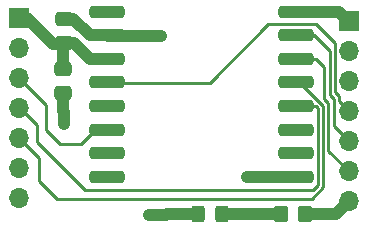
<source format=gbr>
%TF.GenerationSoftware,KiCad,Pcbnew,6.0.5-a6ca702e91~116~ubuntu20.04.1*%
%TF.CreationDate,2022-05-10T07:15:39-05:00*%
%TF.ProjectId,Ra-01_433Mhz_v001,52612d30-315f-4343-9333-4d687a5f7630,rev?*%
%TF.SameCoordinates,Original*%
%TF.FileFunction,Copper,L1,Top*%
%TF.FilePolarity,Positive*%
%FSLAX46Y46*%
G04 Gerber Fmt 4.6, Leading zero omitted, Abs format (unit mm)*
G04 Created by KiCad (PCBNEW 6.0.5-a6ca702e91~116~ubuntu20.04.1) date 2022-05-10 07:15:39*
%MOMM*%
%LPD*%
G01*
G04 APERTURE LIST*
G04 Aperture macros list*
%AMRoundRect*
0 Rectangle with rounded corners*
0 $1 Rounding radius*
0 $2 $3 $4 $5 $6 $7 $8 $9 X,Y pos of 4 corners*
0 Add a 4 corners polygon primitive as box body*
4,1,4,$2,$3,$4,$5,$6,$7,$8,$9,$2,$3,0*
0 Add four circle primitives for the rounded corners*
1,1,$1+$1,$2,$3*
1,1,$1+$1,$4,$5*
1,1,$1+$1,$6,$7*
1,1,$1+$1,$8,$9*
0 Add four rect primitives between the rounded corners*
20,1,$1+$1,$2,$3,$4,$5,0*
20,1,$1+$1,$4,$5,$6,$7,0*
20,1,$1+$1,$6,$7,$8,$9,0*
20,1,$1+$1,$8,$9,$2,$3,0*%
G04 Aperture macros list end*
%TA.AperFunction,SMDPad,CuDef*%
%ADD10RoundRect,0.250000X-0.475000X0.337500X-0.475000X-0.337500X0.475000X-0.337500X0.475000X0.337500X0*%
%TD*%
%TA.AperFunction,SMDPad,CuDef*%
%ADD11RoundRect,0.250000X0.475000X-0.337500X0.475000X0.337500X-0.475000X0.337500X-0.475000X-0.337500X0*%
%TD*%
%TA.AperFunction,ComponentPad*%
%ADD12R,1.700000X1.700000*%
%TD*%
%TA.AperFunction,ComponentPad*%
%ADD13O,1.700000X1.700000*%
%TD*%
%TA.AperFunction,SMDPad,CuDef*%
%ADD14RoundRect,0.250000X0.350000X0.450000X-0.350000X0.450000X-0.350000X-0.450000X0.350000X-0.450000X0*%
%TD*%
%TA.AperFunction,SMDPad,CuDef*%
%ADD15RoundRect,0.250000X-0.325000X-0.450000X0.325000X-0.450000X0.325000X0.450000X-0.325000X0.450000X0*%
%TD*%
%TA.AperFunction,SMDPad,CuDef*%
%ADD16RoundRect,0.250000X-1.250000X0.250000X-1.250000X-0.250000X1.250000X-0.250000X1.250000X0.250000X0*%
%TD*%
%TA.AperFunction,ViaPad*%
%ADD17C,0.800000*%
%TD*%
%TA.AperFunction,Conductor*%
%ADD18C,0.250000*%
%TD*%
%TA.AperFunction,Conductor*%
%ADD19C,1.000000*%
%TD*%
G04 APERTURE END LIST*
D10*
%TO.P,C1,1*%
%TO.N,VCC*%
X143470000Y-82652500D03*
%TO.P,C1,2*%
%TO.N,GND*%
X143470000Y-84727500D03*
%TD*%
D11*
%TO.P,C2,1*%
%TO.N,VCC*%
X143500000Y-80467500D03*
%TO.P,C2,2*%
%TO.N,GND*%
X143500000Y-78392500D03*
%TD*%
D12*
%TO.P,J1,1,Pin_1*%
%TO.N,VCC*%
X139700000Y-78300000D03*
D13*
%TO.P,J1,2,Pin_2*%
%TO.N,D4*%
X139700000Y-80840000D03*
%TO.P,J1,3,Pin_3*%
%TO.N,D3*%
X139700000Y-83380000D03*
%TO.P,J1,4,Pin_4*%
%TO.N,D13{slash}SCK*%
X139700000Y-85920000D03*
%TO.P,J1,5,Pin_5*%
%TO.N,D12{slash}MISO*%
X139700000Y-88460000D03*
%TO.P,J1,6,Pin_6*%
%TO.N,D2{slash}INT0*%
X139700000Y-91000000D03*
%TO.P,J1,7,Pin_7*%
%TO.N,A5{slash}SCL*%
X139700000Y-93540000D03*
%TD*%
D12*
%TO.P,J2,1,Pin_1*%
%TO.N,GND*%
X167640000Y-78600000D03*
D13*
%TO.P,J2,2,Pin_2*%
%TO.N,D5*%
X167640000Y-81140000D03*
%TO.P,J2,3,Pin_3*%
%TO.N,D7*%
X167640000Y-83680000D03*
%TO.P,J2,4,Pin_4*%
%TO.N,D9*%
X167640000Y-86220000D03*
%TO.P,J2,5,Pin_5*%
%TO.N,D10{slash}SS*%
X167640000Y-88760000D03*
%TO.P,J2,6,Pin_6*%
%TO.N,D11{slash}MOSI*%
X167640000Y-91300000D03*
%TO.P,J2,7,Pin_7*%
%TO.N,D6*%
X167640000Y-93840000D03*
%TD*%
D14*
%TO.P,R1,1*%
%TO.N,D6*%
X163900000Y-94940000D03*
%TO.P,R1,2*%
%TO.N,Net-(D1-Pad2)*%
X161900000Y-94940000D03*
%TD*%
D15*
%TO.P,D1,1,K*%
%TO.N,GND*%
X154847500Y-94960000D03*
%TO.P,D1,2,A*%
%TO.N,Net-(D1-Pad2)*%
X156897500Y-94960000D03*
%TD*%
D16*
%TO.P,U1,1,ANT*%
%TO.N,unconnected-(U1-Pad1)*%
X147140000Y-77790000D03*
%TO.P,U1,2,GND*%
%TO.N,GND*%
X147140000Y-79790000D03*
%TO.P,U1,3,3V3*%
%TO.N,VCC*%
X147140000Y-81790000D03*
%TO.P,U1,4,RESET*%
%TO.N,D9*%
X147140000Y-83790000D03*
%TO.P,U1,5,DIO0*%
%TO.N,unconnected-(U1-Pad5)*%
X147140000Y-85790000D03*
%TO.P,U1,6,DIO1*%
%TO.N,D3*%
X147140000Y-87790000D03*
%TO.P,U1,7,DIO2*%
%TO.N,unconnected-(U1-Pad7)*%
X147140000Y-89790000D03*
%TO.P,U1,8,DIO3*%
%TO.N,unconnected-(U1-Pad8)*%
X147140000Y-91790000D03*
%TO.P,U1,9,GND*%
%TO.N,GND*%
X163140000Y-91790000D03*
%TO.P,U1,10,DIO4*%
%TO.N,unconnected-(U1-Pad10)*%
X163140000Y-89790000D03*
%TO.P,U1,11,DIO5*%
%TO.N,unconnected-(U1-Pad11)*%
X163140000Y-87790000D03*
%TO.P,U1,12,SCK*%
%TO.N,D13{slash}SCK*%
X163140000Y-85790000D03*
%TO.P,U1,13,MISO*%
%TO.N,D12{slash}MISO*%
X163140000Y-83790000D03*
%TO.P,U1,14,MOSI*%
%TO.N,D11{slash}MOSI*%
X163140000Y-81790000D03*
%TO.P,U1,15,NSS*%
%TO.N,D10{slash}SS*%
X163140000Y-79790000D03*
%TO.P,U1,16,GND*%
%TO.N,GND*%
X163140000Y-77790000D03*
%TD*%
D17*
%TO.N,GND*%
X152220000Y-94970000D03*
X143520000Y-86280000D03*
X151780000Y-79850000D03*
X150720000Y-95000000D03*
X158950000Y-91820000D03*
X160320000Y-91790000D03*
X150390000Y-79890000D03*
X143520000Y-87350000D03*
%TD*%
D18*
%TO.N,GND*%
X158950000Y-91820000D02*
X158980000Y-91790000D01*
D19*
X158980000Y-91790000D02*
X160320000Y-91790000D01*
X160320000Y-91790000D02*
X163140000Y-91790000D01*
D18*
%TO.N,D12{slash}MISO*%
X163140000Y-83790000D02*
X163452493Y-83790000D01*
X141440000Y-90200000D02*
X139700000Y-88460000D01*
X163452493Y-83790000D02*
X165450480Y-85787987D01*
X165450480Y-85787987D02*
X165450480Y-92665237D01*
X165450480Y-92665237D02*
X164485717Y-93630000D01*
X141440000Y-92100000D02*
X141440000Y-90200000D01*
X164485717Y-93630000D02*
X142970000Y-93630000D01*
X142970000Y-93630000D02*
X141440000Y-92100000D01*
D19*
%TO.N,VCC*%
X139700000Y-78300000D02*
X140380000Y-78300000D01*
X140380000Y-78300000D02*
X142600000Y-80520000D01*
X142600000Y-80520000D02*
X143447500Y-80520000D01*
X143447500Y-80520000D02*
X143500000Y-80467500D01*
X143500000Y-80467500D02*
X144377500Y-80467500D01*
X144377500Y-80467500D02*
X145700000Y-81790000D01*
X145700000Y-81790000D02*
X147140000Y-81790000D01*
%TO.N,GND*%
X143500000Y-78392500D02*
X144302500Y-78392500D01*
X144302500Y-78392500D02*
X145700000Y-79790000D01*
X145700000Y-79790000D02*
X147140000Y-79790000D01*
X143520000Y-87350000D02*
X143530000Y-87340000D01*
X143530000Y-87340000D02*
X143530000Y-86290000D01*
D18*
X143530000Y-86290000D02*
X143520000Y-86280000D01*
%TO.N,D13{slash}SCK*%
X140000000Y-86360000D02*
X140190000Y-86360000D01*
X140190000Y-86360000D02*
X141230000Y-87400000D01*
X141230000Y-87400000D02*
X141230000Y-88840000D01*
X145300000Y-92910000D02*
X164569999Y-92910000D01*
X141230000Y-88840000D02*
X145300000Y-92910000D01*
X164569999Y-92910000D02*
X165000960Y-92479039D01*
X165000960Y-92479039D02*
X165000960Y-85990960D01*
X165000960Y-85990960D02*
X164830000Y-85820000D01*
X164830000Y-85820000D02*
X162700000Y-85820000D01*
%TO.N,D9*%
X167640000Y-86220000D02*
X166799040Y-85379040D01*
X166799040Y-85379040D02*
X166799040Y-84959040D01*
X166799040Y-84959040D02*
X166465489Y-84625489D01*
X166465489Y-80475489D02*
X164860000Y-78870000D01*
X166465489Y-84625489D02*
X166465489Y-80475489D01*
X164860000Y-78870000D02*
X160810000Y-78870000D01*
X160810000Y-78870000D02*
X155860000Y-83820000D01*
X155860000Y-83820000D02*
X146700000Y-83820000D01*
%TO.N,D10{slash}SS*%
X167640000Y-88760000D02*
X166349520Y-87469520D01*
X166349520Y-87469520D02*
X166349520Y-85179520D01*
X166349520Y-85179520D02*
X166015969Y-84845969D01*
X166015969Y-84845969D02*
X166015969Y-81175969D01*
X166015969Y-81175969D02*
X164660000Y-79820000D01*
X164660000Y-79820000D02*
X162700000Y-79820000D01*
%TO.N,D11{slash}MOSI*%
X167640000Y-91300000D02*
X165900000Y-89560000D01*
X164900000Y-81820000D02*
X162700000Y-81820000D01*
X165900000Y-89560000D02*
X165900000Y-85510000D01*
X165900000Y-85510000D02*
X165566449Y-85176449D01*
X165566449Y-85176449D02*
X165566449Y-82486449D01*
X165566449Y-82486449D02*
X164900000Y-81820000D01*
%TO.N,D12{slash}MISO*%
X162700000Y-83820000D02*
X163110000Y-83820000D01*
X163110000Y-83820000D02*
X163140000Y-83790000D01*
%TO.N,D3*%
X146700000Y-87820000D02*
X146120000Y-87820000D01*
X146120000Y-87820000D02*
X144950000Y-88990000D01*
X142000000Y-87800000D02*
X142000000Y-85680000D01*
X144950000Y-88990000D02*
X143190000Y-88990000D01*
X143190000Y-88990000D02*
X142000000Y-87800000D01*
X142000000Y-85680000D02*
X139700000Y-83380000D01*
%TO.N,VCC*%
X145820000Y-81820000D02*
X146700000Y-81820000D01*
D19*
X143470000Y-82652500D02*
X143470000Y-80497500D01*
D18*
X143470000Y-80497500D02*
X143500000Y-80467500D01*
D19*
%TO.N,GND*%
X143470000Y-86230000D02*
X143470000Y-84727500D01*
D18*
X152190000Y-95000000D02*
X152220000Y-94970000D01*
D19*
X152220000Y-94970000D02*
X154837500Y-94970000D01*
D18*
X154837500Y-94970000D02*
X154847500Y-94960000D01*
D19*
X150430000Y-79850000D02*
X150390000Y-79890000D01*
X150720000Y-95000000D02*
X152190000Y-95000000D01*
X150390000Y-79890000D02*
X147240000Y-79890000D01*
X166830000Y-77790000D02*
X167640000Y-78600000D01*
X163140000Y-77790000D02*
X166830000Y-77790000D01*
D18*
X143520000Y-86280000D02*
X143470000Y-86230000D01*
X147240000Y-79890000D02*
X147140000Y-79790000D01*
D19*
X151780000Y-79850000D02*
X150430000Y-79850000D01*
D18*
%TO.N,Net-(D1-Pad2)*%
X156917500Y-94940000D02*
X156897500Y-94960000D01*
D19*
X161900000Y-94940000D02*
X156917500Y-94940000D01*
%TO.N,D6*%
X166540000Y-94940000D02*
X163900000Y-94940000D01*
X167640000Y-93840000D02*
X166540000Y-94940000D01*
%TD*%
M02*

</source>
